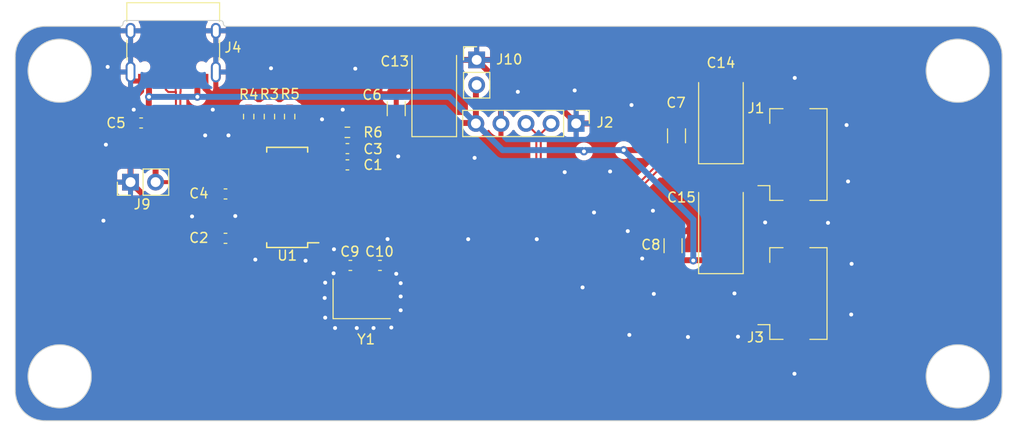
<source format=kicad_pcb>
(kicad_pcb (version 20221018) (generator pcbnew)
  (layers (0 "F.Cu" signal) (31 "B.Cu" signal) (34 "B.Paste" user) (35 "F.Paste" user) (36 "B.SilkS" user "B.Silkscreen") (37 "F.SilkS" user "F.Silkscreen") (38 "B.Mask" user) (39 "F.Mask" user) (44 "Edge.Cuts" user))
  (net 0 "")
  (net 1 "Hub_1V8")
  (net 2 "GND")
  (net 3 "Hub_3V3")
  (net 4 "VIN")
  (net 5 "Net-(U1-XOUT)")
  (net 6 "Net-(U1-XIN)")
  (net 7 "USB_D+")
  (net 8 "USB_D-")
  (net 9 "USB4_D+")
  (net 10 "USB4_D-")
  (net 15 "LED2")
  (net 16 "LED1")
  (net 17 "USB3_D-")
  (net 18 "USB3_D+")
  (net 19 "USB2_D-")
  (net 20 "USB2_D+")
  (net 21 "USB1_D-")
  (net 22 "USB1_D+")
  (net 23 "DRV")
  (net 24 "EESDA")
  (net 25 "Net-(U1-VBUSM)")
  (net 26 "Net-(U1-~{XRSTJ})")
  (net 27 "Net-(U1-BUSJ)")
  (net 28 "Net-(U1-REXT)")
  (footprint "Capacitor_SMD:C_0603_1608Metric" (layer "F.Cu") (at 136.95 74.25)
    (fp_text reference "C10")
    (fp_text value "22pF/50V" hide)
  )
  (footprint "Capacitor_SMD:C_0603_1608Metric" (layer "F.Cu") (at 133.95 74.25 180)
    (fp_text reference "C9")
    (fp_text value "22pF/50V" hide)
  )
  (footprint "Capacitor_SMD:C_0603_1608Metric" (layer "F.Cu") (at 121.3 67 180)
    (fp_text reference "C4")
    (fp_text value "100nF/16V" hide)
  )
  (footprint "Capacitor_SMD:C_0603_1608Metric" (layer "F.Cu") (at 133.65 64.05)
    (fp_text reference "C1")
    (fp_text value "100nF/16V" hide)
  )
  (footprint "Capacitor_SMD:C_0603_1608Metric" (layer "F.Cu") (at 121.3 71.5 180)
    (fp_text reference "C2")
    (fp_text value "100nF/16V" hide)
  )
  (footprint "Capacitor_SMD:C_1206_3216Metric" (layer "F.Cu") (at 166.65 72.25 90)
    (fp_text reference "C8")
    (fp_text value "100uF/16V" hide)
  )
  (footprint "Capacitor_Tantalum_SMD:CP_EIA-7343-30_AVX-N_Pad2.25x2.55mm_HandSolder" (layer "F.Cu") (at 171.5 70.5 90)
    (fp_text reference "C15")
    (fp_text value "100uF/16V" hide)
  )
  (footprint "Resistor_SMD:R_0603_1608Metric" (layer "F.Cu") (at 133.65 60.75)
    (fp_text reference "R6")
    (fp_text value "2.7K" hide)
  )
  (footprint "Connector_FFC-FPC:Hirose_FH12-12S-0.5SH_1x12-1MP_P0.50mm_Horizontal" (layer "F.Cu") (at 177.75 63 90)
    (fp_text reference "J1")
    (fp_text value "Conn_01x12_Pin" hide)
  )
  (footprint "Connector_PinHeader_2.54mm:PinHeader_1x02_P2.54mm_Vertical" (layer "F.Cu") (at 111.675 65.8 90)
    (fp_text reference "J9")
    (fp_text value "Power" hide)
  )
  (footprint "Capacitor_SMD:C_0603_1608Metric" (layer "F.Cu") (at 112.75 59.8 180)
    (fp_text reference "C5")
    (fp_text value "10uF/16V" hide)
  )
  (footprint "Connector_PinHeader_2.54mm:PinHeader_1x02_P2.54mm_Vertical" (layer "F.Cu") (at 146.75 53.4)
    (fp_text reference "J10")
    (fp_text value "Power" hide)
  )
  (footprint "Resistor_SMD:R_0603_1608Metric" (layer "F.Cu") (at 127.8 59.15 -90)
    (fp_text reference "R5")
    (fp_text value "100K" hide)
  )
  (footprint "Connector_USB:USB_C_Receptacle_HRO_TYPE-C-31-M-12" (layer "F.Cu") (at 116 51.5 180)
    (fp_text reference "J4")
    (fp_text value "USB_C_Receptacle_USB2.0" hide)
  )
  (footprint "Package_SO:SSOP-28_3.9x9.9mm_P0.635mm" (layer "F.Cu") (at 127.55 67.35 180)
    (fp_text reference "U1")
    (fp_text value "FE1.1s" hide)
  )
  (footprint "Capacitor_SMD:C_0603_1608Metric" (layer "F.Cu") (at 133.65 62.4)
    (fp_text reference "C3")
    (fp_text value "100nF/16V" hide)
  )
  (footprint "Resistor_SMD:R_0603_1608Metric" (layer "F.Cu") (at 123.65 59.15 -90)
    (fp_text reference "R4")
    (fp_text value "100K" hide)
  )
  (footprint "Capacitor_SMD:C_1206_3216Metric" (layer "F.Cu") (at 138.6 58.35 90)
    (fp_text reference "C6")
    (fp_text value "100uF/16V" hide)
  )
  (footprint "Connector_PinHeader_2.54mm:PinHeader_1x05_P2.54mm_Vertical" (layer "F.Cu") (at 156.83 59.85 -90)
    (fp_text reference "J2")
    (fp_text value "Conn_01x05_Male" hide)
  )
  (footprint "Capacitor_Tantalum_SMD:CP_EIA-7343-30_AVX-N_Pad2.25x2.55mm_HandSolder" (layer "F.Cu") (at 142.45 56.6 90)
    (fp_text reference "C13")
    (fp_text value "100uF/16V" hide)
  )
  (footprint "Crystal:Crystal_SMD_Abracon_ABM3C-4Pin_5.0x3.2mm" (layer "F.Cu") (at 135.1 77.65)
    (fp_text reference "Y1")
    (fp_text value "Crystal_12MHz" hide)
  )
  (footprint "Connector_FFC-FPC:Hirose_FH12-12S-0.5SH_1x12-1MP_P0.50mm_Horizontal" (layer "F.Cu") (at 177.75 77.1 90)
    (fp_text reference "J3")
    (fp_text value "Conn_01x12_Pin" hide)
  )
  (footprint "Resistor_SMD:R_0603_1608Metric" (layer "F.Cu") (at 125.75 59.15 -90)
    (fp_text reference "R3")
    (fp_text value "100K" hide)
  )
  (footprint "Capacitor_SMD:C_1206_3216Metric" (layer "F.Cu") (at 167 61.1 90)
    (fp_text reference "C7")
    (fp_text value "100uF/16V" hide)
  )
  (footprint "Capacitor_Tantalum_SMD:CP_EIA-7343-30_AVX-N_Pad2.25x2.55mm_HandSolder" (layer "F.Cu") (at 171.5 59.35 90)
    (fp_text reference "C14")
    (fp_text value "100uF/16V" hide)
  )
  (gr_poly (pts (xy 175.25 65.3) (xy 175.25 65.66) (xy 176.55 65.68) (xy 176.55 65.33)) (fill solid) (layer "F.Cu"))
  (gr_poly (pts (xy 175.32 76.39) (xy 175.32 76.86) (xy 174.86 76.85)) (fill solid) (layer "F.Cu"))
  (gr_poly (pts (xy 172.69 62.92) (xy 173.56 62.96) (xy 174.32 63.69) (xy 176.55 63.7) (xy 176.55 63.34) (xy 174.52 63.3) (xy 173.76 62.6) (xy 172.69 62.6)) (fill solid) (layer "F.Cu"))
  (gr_poly (pts (xy 126.88 67.03) (xy 127.34 66.6) (xy 127.34 67.46)) (fill solid) (layer "F.Cu"))
  (gr_poly (pts (xy 174.85 77.32) (xy 175.32 77.32) (xy 175.32 77.72)) (fill solid) (layer "F.Cu"))
  (gr_poly (pts (xy 172.71 73.76) (xy 173.18 73.77) (xy 173.85 74.36) (xy 177.57 74.37) (xy 178.91 75.67) (xy 178.89 78.41) (xy 177.42 79.84) (xy 175.25 79.78) (xy 175.25 79.34) (xy 177.28 79.36) (xy 178.48 78.21) (xy 178.46 76) (xy 177.37 74.82) (xy 173.62 74.88) (xy 173.18 74.35) (xy 172.67 74.33)) (fill solid) (layer "F.Cu"))
  (gr_poly (pts (xy 175.25 76.2) (xy 175.25 78) (xy 176.55 78) (xy 176.55 76.2)) (fill solid) (layer "F.Cu"))
  (gr_line (start 100 53) (end 100 87) (stroke (width 0.1)) (layer "Edge.Cuts"))
  (gr_arc (start 197 50) (mid 199.12132 50.87868) (end 200 53) (stroke (width 0.1)) (layer "Edge.Cuts"))
  (gr_arc (start 100 53) (mid 100.87868 50.87868) (end 103 50) (stroke (width 0.1)) (layer "Edge.Cuts"))
  (gr_circle locked (center 104.5 54.5) (end 107.7 54.5) (stroke (width 0.1)) (fill none) (layer "Edge.Cuts"))
  (gr_circle locked (center 104.5 85.5) (end 107.7 85.5) (stroke (width 0.1)) (fill none) (layer "Edge.Cuts"))
  (gr_line (start 111.22 49.4) (end 120.78 49.4) (stroke (width 0.1)) (layer "Edge.Cuts"))
  (gr_line (start 103 50) (end 110.62 50) (stroke (width 0.1)) (layer "Edge.Cuts"))
  (gr_arc (start 121.38 50) (mid 121.167868 49.912132) (end 121.08 49.7) (stroke (width 0.1)) (layer "Edge.Cuts"))
  (gr_circle locked (center 195.5 85.5) (end 198.7 85.5) (stroke (width 0.1)) (fill none) (layer "Edge.Cuts"))
  (gr_arc (start 103 90) (mid 100.87868 89.12132) (end 100 87) (stroke (width 0.1)) (layer "Edge.Cuts"))
  (gr_arc (start 110.92 49.7) (mid 110.832132 49.912132) (end 110.62 50) (stroke (width 0.1)) (layer "Edge.Cuts"))
  (gr_line (start 103 90) (end 197 90) (stroke (width 0.1)) (layer "Edge.Cuts"))
  (gr_arc (start 120.78 49.4) (mid 120.992132 49.487868) (end 121.08 49.7) (stroke (width 0.1)) (layer "Edge.Cuts"))
  (gr_line (start 200 53) (end 200 87) (stroke (width 0.1)) (layer "Edge.Cuts"))
  (gr_circle locked (center 195.5 54.5) (end 198.7 54.5) (stroke (width 0.1)) (fill none) (layer "Edge.Cuts"))
  (gr_arc (start 200 87) (mid 199.12132 89.12132) (end 197 90) (stroke (width 0.1)) (layer "Edge.Cuts"))
  (gr_arc (start 110.92 49.7) (mid 111.007868 49.487868) (end 111.22 49.4) (stroke (width 0.1)) (layer "Edge.Cuts"))
  (gr_line (start 121.38 50) (end 197 50) (stroke (width 0.1)) (layer "Edge.Cuts"))
  (segment (start 130.15 64.4925) (end 131.5575 64.4925) (width 0.25) (layer "F.Cu") (net 1))
  (segment (start 122.0975 71.4775) (end 122.075 71.5) (width 0.25) (layer "F.Cu") (net 1))
  (segment (start 124.95 71.4775) (end 122.0975 71.4775) (width 0.25) (layer "F.Cu") (net 1))
  (segment (start 131.5575 64.4925) (end 132 64.05) (width 0.25) (layer "F.Cu") (net 1))
  (segment (start 126.8225 71.4775) (end 124.95 71.4775) (width 0.25) (layer "F.Cu") (net 1))
  (segment (start 130.15 64.4925) (end 129.4075 64.4925) (width 0.25) (layer "F.Cu") (net 1))
  (segment (start 129 64.9) (end 129 65.73) (width 0.25) (layer "F.Cu") (net 1))
  (segment (start 128.46 69.84) (end 126.8225 71.4775) (width 0.25) (layer "F.Cu") (net 1))
  (segment (start 129.4075 64.4925) (end 129 64.9) (width 0.25) (layer "F.Cu") (net 1))
  (segment (start 132 64.05) (end 132.875 64.05) (width 0.25) (layer "F.Cu") (net 1))
  (segment (start 128.46 66.27) (end 128.46 69.84) (width 0.25) (layer "F.Cu") (net 1))
  (segment (start 129 65.73) (end 128.46 66.27) (width 0.25) (layer "F.Cu") (net 1))
  (segment (start 137 80.55) (end 136.35 80.55) (width 0.6) (layer "F.Cu") (net 2))
  (segment (start 131.4 79.65) (end 131.4 79.55) (width 0.6) (layer "F.Cu") (net 2))
  (segment (start 175.9 76.35) (end 175.9 76.85) (width 0.25) (layer "F.Cu") (net 2))
  (segment (start 139.05 79.6) (end 138.1 80.55) (width 0.6) (layer "F.Cu") (net 2))
  (segment (start 117.375 71.5) (end 120.525 71.5) (width 0.6) (layer "F.Cu") (net 2))
  (segment (start 175.9 76.85) (end 175.9 77.08) (width 0.25) (layer "F.Cu") (net 2))
  (segment (start 134.75 56.875) (end 138.6 56.875) (width 0.6) (layer "F.Cu") (net 2))
  (segment (start 128.2325 71.4775) (end 126.75 72.96) (width 0.25) (layer "F.Cu") (net 2))
  (segment (start 132.3 80.55) (end 131.4 79.65) (width 0.6) (layer "F.Cu") (net 2))
  (segment (start 136.3 80.6) (end 136.25 80.55) (width 0.6) (layer "F.Cu") (net 2))
  (segment (start 132.45 80.55) (end 132.4 80.6) (width 0.6) (layer "F.Cu") (net 2))
  (segment (start 134.425 62.4) (end 134.425 64.05) (width 0.6) (layer "F.Cu") (net 2))
  (segment (start 175.9 77.08) (end 172.88 77.08) (width 0.6) (layer "F.Cu") (net 2))
  (segment (start 166.645 70.77) (end 166.65 70.775) (width 0.6) (layer "F.Cu") (net 2))
  (segment (start 131.4 79.55) (end 131.4 77.6) (width 0.6) (layer "F.Cu") (net 2))
  (segment (start 139.05 78.8) (end 139.05 79.6) (width 0.6) (layer "F.Cu") (net 2))
  (segment (start 131.4 76.5) (end 133.2 76.5) (width 0.6) (layer "F.Cu") (net 2))
  (segment (start 111.675 65.8) (end 117.375 71.5) (width 0.6) (layer "F.Cu") (net 2))
  (segment (start 175.9 77.35) (end 175.9 77.85) (width 0.25) (layer "F.Cu") (net 2))
  (segment (start 137 80.55) (end 137 78.8) (width 0.6) (layer "F.Cu") (net 2))
  (segment (start 131.4 76.5) (end 131.4 76) (width 0.6) (layer "F.Cu") (net 2))
  (segment (start 168.025 59.625) (end 171.5 56.15) (width 0.6) (layer "F.Cu") (net 2))
  (segment (start 112.75 55.545) (end 112.75 56.55) (width 0.6) (layer "F.Cu") (net 2))
  (segment (start 175.9 77.08) (end 175.9 77.35) (width 0.25) (layer "F.Cu") (net 2))
  (segment (start 119.25 56.3) (end 120.01 57.06) (width 0.6) (layer "F.Cu") (net 2))
  (segment (start 123.425 77.55) (end 131.35 77.55) (width 0.6) (layer "F.Cu") (net 2))
  (segment (start 174 67.3) (end 175.9 65.4) (width 0.6) (layer "F.Cu") (net 2))
  (segment (start 132.3 75.05) (end 133.1 74.25) (width 0.6) (layer "F.Cu") (net 2))
  (segment (start 133.1775 58.4475) (end 133.1775 58.4575) (width 0.6) (layer "F.Cu") (net 2))
  (segment (start 134.475 59.755) (end 134.475 60.75) (width 0.6) (layer "F.Cu") (net 2))
  (segment (start 111.975 57.325) (end 111.975 59.2) (width 0.6) (layer "F.Cu") (net 2))
  (segment (start 133.2 76.5) (end 133.2 74.275) (width 0.6) (layer "F.Cu") (net 2))
  (segment (start 121.985 72.96) (end 120.525 71.5) (width 0.25) (layer "F.Cu") (net 2))
  (segment (start 133.1 74.25) (end 133.175 74.25) (width 0.6) (layer "F.Cu") (net 2))
  (segment (start 142.45 53.4) (end 146.75 53.4) (width 0.6) (layer "F.Cu") (net 2))
  (segment (start 136.25 80.55) (end 134.65 80.55) (width 0.6) (layer "F.Cu") (net 2))
  (segment (start 120.525 71.5) (end 120.525 67) (width 0.6) (layer "F.Cu") (net 2))
  (segment (start 131.4 76) (end 131.4 75.95) (width 0.6) (layer "F.Cu") (net 2))
  (segment (start 120.01 57.06) (end 120.01 58.45) (width 0.6) (layer "F.Cu") (net 2))
  (segment (start 138.6 56.875) (end 138.975 56.875) (width 0.6) (layer "F.Cu") (net 2))
  (segment (start 171.5 67.3) (end 174 67.3) (width 0.6) (layer "F.Cu") (net 2))
  (segment (start 138.1 80.55) (end 137 80.55) (width 0.6) (layer "F.Cu") (net 2))
  (segment (start 111.975 59.2) (end 111.975 62.925) (width 0.6) (layer "F.Cu") (net 2))
  (segment (start 131.4 75.95) (end 132.25 75.1) (width 0.6) (layer "F.Cu") (net 2))
  (segment (start 111.675 63.225) (end 111.675 65.8) (width 0.6) (layer "F.Cu") (net 2))
  (segment (start 134.65 80.55) (end 134.6 80.6) (width 0.6) (layer "F.Cu") (net 2))
  (segment (start 111.975 62.925) (end 111.675 63.225) (width 0.6) (layer "F.Cu") (net 2))
  (segment (start 134.6 80.6) (end 134.55 80.55) (width 0.6) (layer "F.Cu") (net 2))
  (segment (start 130.15 71.4775) (end 128.2325 71.4775) (width 0.25) (layer "F.Cu") (net 2))
  (segment (start 133.2 74.275) (end 133.175 74.25) (width 0.6) (layer "F.Cu") (net 2))
  (segment (start 112.75 56.55) (end 111.975 57.325) (width 0.6) (layer "F.Cu") (net 2))
  (segment (start 132.25 75.1) (end 132.25 75.05) (width 0.6) (layer "F.Cu") (net 2))
  (segment (start 132.25 75.05) (end 132.3 75.05) (width 0.6) (layer "F.Cu") (net 2))
  (segment (start 133.1775 58.4475) (end 134.75 56.875) (width 0.6) (layer "F.Cu") (net 2))
  (segment (start 139.05 78.7) (end 138.95 78.8) (width 0.6) (layer "F.Cu") (net 2))
  (segment (start 131.4 77.6) (end 131.35 77.55) (width 0.6) (layer "F.Cu") (net 2))
  (segment (start 166.775 59.85) (end 167 59.625) (width 0.6) (layer "F.Cu") (net 2))
  (segment (start 149.21 55.86) (end 149.21 59.85) (width 0.6) (layer "F.Cu") (net 2))
  (segment (start 134.475 62.35) (end 134.425 62.4) (width 0.6) (layer "F.Cu") (net 2))
  (segment (start 132.35 80.55) (end 132.3 80.55) (width 0.6) (layer "F.Cu") (net 2))
  (segment (start 126.75 72.96) (end 121.985 72.96) (width 0.25) (layer "F.Cu") (net 2))
  (segment (start 139.05 76.05) (end 139.05 77.4) (width 0.6) (layer "F.Cu") (net 2))
  (segment (start 137.725 74.25) (end 137.75 74.25) (width 0.6) (layer "F.Cu") (net 2))
  (segment (start 131.4 77.5) (end 131.4 76.5) (width 0.6) (layer "F.Cu") (net 2))
  (segment (start 139.05 75.55) (end 139.05 76.05) (width 0.6) (layer "F.Cu") (net 2))
  (segment (start 139.05 78.7) (end 139.05 78.8) (width 0.6) (layer "F.Cu") (net 2))
  (segment (start 172.88 77.08) (end 172.87 77.09) (width 0.6) (layer "F.Cu") (net 2))
  (segment (start 146.75 53.4) (end 149.21 55.86) (width 0.6) (layer "F.Cu") (net 2))
  (segment (start 137.75 74.25) (end 138.6 75.1) (width 0.6) (layer "F.Cu") (net 2))
  (segment (start 119.25 55.545) (end 119.25 56.3) (width 0.6) (layer "F.Cu") (net 2))
  (segment (start 156.83 59.85) (end 166.775 59.85) (width 0.6) (layer "F.Cu") (net 2))
  (segment (start 134.55 80.55) (end 132.45 80.55) (width 0.6) (layer "F.Cu") (net 2))
  (segment (start 146.75 53.4) (end 150.38 53.4) (width 0.6) (layer "F.Cu") (net 2))
  (segment (start 136.35 80.55) (end 136.3 80.6) (width 0.6) (layer "F.Cu") (net 2))
  (segment (start 166.65 70.775) (end 168.025 70.775) (width 0.6) (layer "F.Cu") (net 2))
  (segment (start 138.975 56.875) (end 142.45 53.4) (width 0.6) (layer "F.Cu") (net 2))
  (segment (start 139.05 77.4) (end 139.05 78.7) (width 0.6) (layer "F.Cu") (net 2))
  (segment (start 117.375 71.5) (end 123.425 77.55) (width 0.6) (layer "F.Cu") (net 2))
  (segment (start 138.95 78.8) (end 137 78.8) (width 0.6) (layer "F.Cu") (net 2))
  (segment (start 133.1775 58.4575) (end 134.475 59.755) (width 0.6) (layer "F.Cu") (net 2))
  (segment (start 150.38 53.4) (end 156.83 59.85) (width 0.6) (layer "F.Cu") (net 2))
  (segment (start 167 59.625) (end 168.025 59.625) (width 0.6) (layer "F.Cu") (net 2))
  (segment (start 162.06 70.77) (end 166.645 70.77) (width 0.6) (layer "F.Cu") (net 2))
  (segment (start 168.025 70.775) (end 171.5 67.3) (width 0.6) (layer "F.Cu") (net 2))
  (segment (start 132.4 80.6) (end 132.35 80.55) (width 0.6) (layer "F.Cu") (net 2))
  (segment (start 131.35 77.55) (end 131.4 77.5) (width 0.6) (layer "F.Cu") (net 2))
  (segment (start 134.475 60.75) (end 134.475 62.35) (width 0.6) (layer "F.Cu") (net 2))
  (segment (start 138.6 75.1) (end 139.05 75.55) (width 0.6) (layer "F.Cu") (net 2))
  (via (at 134.45 54.29) (size 0.8) (drill 0.4) (layers "F.Cu" "B.Cu") (net 2))
  (via (at 178.95 85.24) (size 0.8) (drill 0.4) (layers "F.Cu" "B.Cu") (net 2))
  (via (at 164.61 68.7) (size 0.8) (drill 0.4) (layers "F.Cu" "B.Cu") (net 2))
  (via (at 178.98 55.23) (size 0.8) (drill 0.4) (layers "F.Cu" "B.Cu") (net 2))
  (via (at 172.87 77.09) (size 0.8) (drill 0.4) (layers "F.Cu" "B.Cu") (net 2))
  (via (at 125.91 54.25) (size 0.8) (drill 0.4) (layers "F.Cu" "B.Cu") (net 2))
  (via (at 138.1 80.55) (size 0.8) (drill 0.4) (layers "F.Cu" "B.Cu") (net 2))
  (via (at 119.24 61.06) (size 0.8) (drill 0.4) (layers "F.Cu" "B.Cu") (net 2))
  (via (at 160.27 64.72) (size 0.8) (drill 0.4) (layers "F.Cu" "B.Cu") (net 2))
  (via (at 162.44 57.98) (size 0.8) (drill 0.4) (layers "F.Cu" "B.Cu") (net 2))
  (via (at 162.22 81.3) (size 0.8) (drill 0.4) (layers "F.Cu" "B.Cu") (net 2))
  (via (at 157.48 76.48) (size 0.8) (drill 0.4) (layers "F.Cu" "B.Cu") (net 2))
  (via (at 109.36 54.11) (size 0.8) (drill 0.4) (layers "F.Cu" "B.Cu") (net 2))
  (via (at 162.06 70.77) (size 0.8) (drill 0.4) (layers "F.Cu" "B.Cu") (net 2))
  (via (at 184.74 74.09) (size 0.8) (drill 0.4) (layers "F.Cu" "B.Cu") (net 2))
  (via (at 132.4 80.6) (size 0.8) (drill 0.4) (layers "F.Cu" "B.Cu") (net 2))
  (via (at 145.89 71.59) (size 0.8) (drill 0.4) (layers "F.Cu" "B.Cu") (net 2))
  (via (at 134.6 80.6) (size 0.8) (drill 0.4) (layers "F.Cu" "B.Cu") (net 2))
  (via (at 137.72 71.58) (size 0.8) (drill 0.4) (layers "F.Cu" "B.Cu") (net 2))
  (via (at 164.7 77.14) (size 0.8) (drill 0.4) (layers "F.Cu" "B.Cu") (net 2))
  (via (at 122.29 69.24) (size 0.8) (drill 0.4) (layers "F.Cu" "B.Cu") (net 2))
  (via (at 184.38 65.73) (size 0.8) (drill 0.4) (layers "F.Cu" "B.Cu") (net 2))
  (via (at 117.91 69.28) (size 0.8) (drill 0.4) (layers "F.Cu" "B.Cu") (net 2))
  (via (at 138.8 63.19) (size 0.8) (drill 0.4) (layers "F.Cu" "B.Cu") (net 2))
  (via (at 129.41 73.77) (size 0.8) (drill 0.4) (layers "F.Cu" "B.Cu") (net 2))
  (via (at 184.23 60.01) (size 0.8) (drill 0.4) (layers "F.Cu" "B.Cu") (net 2))
  (via (at 131.35 77.55) (size 0.8) (drill 0.4) (layers "F.Cu" "B.Cu") (net 2))
  (via (at 131.08 59.43) (size 0.8) (drill 0.4) (layers "F.Cu" "B.Cu") (net 2))
  (via (at 132.29 72.61) (size 0.8) (drill 0.4) (layers "F.Cu" "B.Cu") (net 2))
  (via (at 168.16 81.51) (size 0.8) (drill 0.4) (layers "F.Cu" "B.Cu") (net 2))
  (via (at 131.4 76) (size 0.8) (drill 0.4) (layers "F.Cu" "B.Cu") (net 2))
  (via (at 133.1775 58.4475) (size 0.8) (drill 0.4) (layers "F.Cu" "B.Cu") (net 2))
  (via (at 124.32 73.66) (size 0.8) (drill 0.4) (layers "F.Cu" "B.Cu") (net 2))
  (via (at 146.54 63.34) (size 0.8) (drill 0.4) (layers "F.Cu" "B.Cu") (net 2))
  (via (at 132.25 75.05) (size 0.8) (drill 0.4) (layers "F.Cu" "B.Cu") (net 2))
  (via (at 112 58.45) (size 0.8) (drill 0.4) (layers "F.Cu" "B.Cu") (net 2))
  (via (at 138.6 75.1) (size 0.8) (drill 0.4) (layers "F.Cu" "B.Cu") (net 2))
  (via (at 150.92 56.64) (size 0.8) (drill 0.4) (layers "F.Cu" "B.Cu") (net 2))
  (via (at 136.3 80.6) (size 0.8) (drill 0.4) (layers "F.Cu" "B.Cu") (net 2))
  (via (at 109.18 62) (size 0.8) (drill 0.4) (layers "F.Cu" "B.Cu") (net 2))
  (via (at 120.01 58.45) (size 0.8) (drill 0.4) (layers "F.Cu" "B.Cu") (net 2))
  (via (at 156.68 56.5) (size 0.8) (drill 0.4) (layers "F.Cu" "B.Cu") (net 2))
  (via (at 173.23 81.48) (size 0.8) (drill 0.4) (layers "F.Cu" "B.Cu") (net 2))
  (via (at 163.52 73.55) (size 0.8) (drill 0.4) (layers "F.Cu" "B.Cu") (net 2))
  (via (at 108.93 69.71) (size 0.8) (drill 0.4) (layers "F.Cu" "B.Cu") (net 2))
  (via (at 131.4 79.55) (size 0.8) (drill 0.4) (layers "F.Cu" "B.Cu") (net 2))
  (via (at 158.64 68.88) (size 0.8) (drill 0.4) (layers "F.Cu" "B.Cu") (net 2))
  (via (at 121.6 61.06) (size 0.8) (drill 0.4) (layers "F.Cu" "B.Cu") (net 2))
  (via (at 175.98 69.89) (size 0.8) (drill 0.4) (layers "F.Cu" "B.Cu") (net 2))
  (via (at 139.05 78.8) (size 0.8) (drill 0.4) (layers "F.Cu" "B.Cu") (net 2))
  (via (at 139.05 76.05) (size 0.8) (drill 0.4) (layers "F.Cu" "B.Cu") (net 2))
  (via (at 184.7 79.23) (size 0.8) (drill 0.4) (layers "F.Cu" "B.Cu") (net 2))
  (via (at 152.84 71.59) (size 0.8) (drill 0.4) (layers "F.Cu" "B.Cu") (net 2))
  (via (at 139.05 77.4) (size 0.8) (drill 0.4) (layers "F.Cu" "B.Cu") (net 2))
  (via (at 182.35 69.93) (size 0.8) (drill 0.4) (layers "F.Cu" "B.Cu") (net 2))
  (via (at 155.67 64.79) (size 0.8) (drill 0.4) (layers "F.Cu" "B.Cu") (net 2))
  (segment (start 120.01 58.45) (end 120.02 58.45) (width 0.6) (layer "B.Cu") (net 2))
  (segment (start 133.175 58.45) (end 133.1775 58.4475) (width 0.6) (layer "B.Cu") (net 2))
  (segment (start 132.34 70.77) (end 162.06 70.77) (width 0.6) (layer "B.Cu") (net 2))
  (segment (start 112 58.45) (end 111.95 58.45) (width 0.6) (layer "B.Cu") (net 2))
  (segment (start 120.01 58.45) (end 133.175 58.45) (width 0.6) (layer "B.Cu") (net 2))
  (segment (start 120.02 58.45) (end 132.34 70.77) (width 0.6) (layer "B.Cu") (net 2))
  (segment (start 162.06 70.77) (end 168.38 77.09) (width 0.6) (layer "B.Cu") (net 2))
  (segment (start 168.38 77.09) (end 172.87 77.09) (width 0.6) (layer "B.Cu") (net 2))
  (segment (start 120.01 58.45) (end 112 58.45) (width 0.6) (layer "B.Cu") (net 2))
  (segment (start 128.475 58.325) (end 129.35 59.2) (width 0.25) (layer "F.Cu") (net 3))
  (segment (start 132.85 62.4) (end 132.875 62.4) (width 0.25) (layer "F.Cu") (net 3))
  (segment (start 128.4 63.45) (end 128.4 63.85) (width 0.25) (layer "F.Cu") (net 3))
  (segment (start 128.4 64.5) (end 128.4 65.05) (width 0.25) (layer "F.Cu") (net 3))
  (segment (start 128.4 62.2) (end 128.4 63.45) (width 0.25) (layer "F.Cu") (net 3))
  (segment (start 127.3675 69.3825) (end 126.5425 70.2075) (width 0.25) (layer "F.Cu") (net 3))
  (segment (start 128.7925 63.8575) (end 130.15 63.8575) (width 0.25) (layer "F.Cu") (net 3))
  (segment (start 128.7925 63.8575) (end 128.4 64.25) (width 0.25) (layer "F.Cu") (net 3))
  (segment (start 127.8 58.325) (end 128.475 58.325) (width 0.25) (layer "F.Cu") (net 3))
  (segment (start 128.785 63.85) (end 128.4 63.85) (width 0.25) (layer "F.Cu") (net 3))
  (segment (start 128.7925 63.8575) (end 128.785 63.85) (width 0.25) (layer "F.Cu") (net 3))
  (segment (start 124.95 67.0325) (end 127.365 67.0325) (width 0.25) (layer "F.Cu") (net 3))
  (segment (start 131.3925 63.8575) (end 132.85 62.4) (width 0.25) (layer "F.Cu") (net 3))
  (segment (start 130.15 63.8575) (end 131.3925 63.8575) (width 0.25) (layer "F.Cu") (net 3))
  (segment (start 128.4 63.85) (end 128.4 64.5) (width 0.25) (layer "F.Cu") (net 3))
  (segment (start 129.35 61.25) (end 128.4 62.2) (width 0.25) (layer "F.Cu") (net 3))
  (segment (start 125.75 58.325) (end 127.8 58.325) (width 0.25) (layer "F.Cu") (net 3))
  (segment (start 127.3675 67.03) (end 127.3675 69.3825) (width 0.25) (layer "F.Cu") (net 3))
  (segment (start 128.4 63.465) (end 128.4 63.45) (width 0.25) (layer "F.Cu") (net 3))
  (segment (start 128.7925 63.8575) (end 128.4 63.465) (width 0.25) (layer "F.Cu") (net 3))
  (segment (start 128.4 65.05) (end 127.3675 66.0825) (width 0.25) (layer "F.Cu") (net 3))
  (segment (start 127.3675 66.0825) (end 127.3675 67.03) (width 0.25) (layer "F.Cu") (net 3))
  (segment (start 129.35 59.2) (end 129.35 61.25) (width 0.25) (layer "F.Cu") (net 3))
  (segment (start 123.65 58.325) (end 125.75 58.325) (width 0.25) (layer "F.Cu") (net 3))
  (segment (start 122.1075 67.0325) (end 122.075 67) (width 0.25) (layer "F.Cu") (net 3))
  (segment (start 127.365 67.0325) (end 127.3675 67.03) (width 0.25) (layer "F.Cu") (net 3))
  (segment (start 128.4 64.25) (end 128.4 64.5) (width 0.25) (layer "F.Cu") (net 3))
  (segment (start 124.95 67.0325) (end 122.1075 67.0325) (width 0.25) (layer "F.Cu") (net 3))
  (segment (start 126.5425 70.2075) (end 124.95 70.2075) (width 0.25) (layer "F.Cu") (net 3))
  (segment (start 175.9 74.85) (end 177.31 74.85) (width 0.25) (layer "F.Cu") (net 4))
  (segment (start 172.15 74.35) (end 171.5 73.7) (width 0.25) (layer "F.Cu") (net 4))
  (segment (start 177.52 79.85) (end 175.9 79.85) (width 0.25) (layer "F.Cu") (net 4))
  (segment (start 146.62 59.8) (end 146.67 59.85) (width 0.6) (layer "F.Cu") (net 4))
  (segment (start 175.9 74.85) (end 173.62 74.85) (width 0.25) (layer "F.Cu") (net 4))
  (segment (start 175.9 63.25) (end 174.5 63.25) (width 0.25) (layer "F.Cu") (net 4))
  (segment (start 114.215 63.565) (end 113.525 62.875) (width 0.6) (layer "F.Cu") (net 4))
  (segment (start 161.65 62.55) (end 166.975 62.55) (width 0.6) (layer "F.Cu") (net 4))
  (segment (start 118.45 57.15) (end 118.45 55.545) (width 0.6) (layer "F.Cu") (net 4))
  (segment (start 178.95 78.42) (end 177.52 79.85) (width 0.25) (layer "F.Cu") (net 4))
  (segment (start 124.95 66.3975) (end 123.4975 66.3975) (width 0.4) (layer "F.Cu") (net 4))
  (segment (start 173.18 73.7) (end 171.5 73.7) (width 0.25) (layer "F.Cu") (net 4))
  (segment (start 173.12 74.35) (end 172.15 74.35) (width 0.25) (layer "F.Cu") (net 4))
  (segment (start 171.93 62.98) (end 171.5 62.55) (width 0.25) (layer "F.Cu") (net 4))
  (segment (start 174.33 63.75) (end 173.56 62.98) (width 0.25) (layer "F.Cu") (net 4))
  (segment (start 146.67 56.02) (end 146.75 55.94) (width 0.6) (layer "F.Cu") (net 4))
  (segment (start 113.525 62.875) (end 113.525 59.8) (width 0.6) (layer "F.Cu") (net 4))
  (segment (start 113.525 57.175) (end 113.55 57.15) (width 0.6) (layer "F.Cu") (net 4))
  (segment (start 174.5 63.25) (end 173.8 62.55) (width 0.25) (layer "F.Cu") (net 4))
  (segment (start 175.9 74.35) (end 173.83 74.35) (width 0.25) (layer "F.Cu") (net 4))
  (segment (start 122.9 65.8) (end 114.215 65.8) (width 0.4) (layer "F.Cu") (net 4))
  (segment (start 177.62 74.35) (end 178.95 75.68) (width 0.25) (layer "F.Cu") (net 4))
  (segment (start 171.475 62.575) (end 171.5 62.55) (width 0.6) (layer "F.Cu") (net 4))
  (segment (start 113.525 59.8) (end 113.525 57.175) (width 0.6) (layer "F.Cu") (net 4))
  (segment (start 123.4975 66.3975) (end 122.9 65.8) (width 0.4) (layer "F.Cu") (net 4))
  (segment (start 177.31 74.85) (end 178.44 75.98) (width 0.25) (layer "F.Cu") (net 4))
  (segment (start 178.44 78.22) (end 177.31 79.35) (width 0.25) (layer "F.Cu") (net 4))
  (segment (start 178.44 75.98) (end 178.44 78.22) (width 0.25) (layer "F.Cu") (net 4))
  (segment (start 113.55 55.545) (end 113.55 57.15) (width 0.6) (layer "F.Cu") (net 4))
  (segment (start 142.45 59.8) (end 146.62 59.8) (width 0.6) (layer "F.Cu") (net 4))
  (segment (start 138.6 59.825) (end 142.425 59.825) (width 0.6) (layer "F.Cu") (net 4))
  (segment (start 167 62.575) (end 171.475 62.575) (width 0.6) (layer "F.Cu") (net 4))
  (segment (start 173.8 62.55) (end 171.5 62.55) (width 0.25) (layer "F.Cu") (net 4))
  (segment (start 173.56 62.98) (end 171.93 62.98) (width 0.25) (layer "F.Cu") (net 4))
  (segment (start 168.675 73.725) (end 168.7 73.75) (width 0.6) (layer "F.Cu") (net 4))
  (segment (start 168.725 73.725) (end 171.475 73.725) (width 0.6) (layer "F.Cu") (net 4))
  (segment (start 173.83 74.35) (end 173.18 73.7) (width 0.25) (layer "F.Cu") (net 4))
  (segment (start 175.9 74.35) (end 177.62 74.35) (width 0.25) (layer "F.Cu") (net 4))
  (segment (start 166.65 73.725) (end 168.675 73.725) (width 0.6) (layer "F.Cu") (net 4))
  (segment (start 173.62 74.85) (end 173.12 74.35) (width 0.25) (layer "F.Cu") (net 4))
  (segment (start 142.425 59.825) (end 142.45 59.8) (width 0.6) (layer "F.Cu") (net 4))
  (segment (start 177.31 79.35) (end 175.9 79.35) (width 0.25) (layer "F.Cu") (net 4))
  (segment (start 146.67 59.85) (end 146.67 56.02) (width 0.6) (layer "F.Cu") (net 4))
  (segment (start 175.9 63.75) (end 174.33 63.75) (width 0.25) (layer "F.Cu") (net 4))
  (segment (start 114.215 65.8) (end 114.215 63.565) (width 0.6) (layer "F.Cu") (net 4))
  (segment (start 178.95 75.68) (end 178.95 78.42) (width 0.25) (layer "F.Cu") (net 4))
  (segment (start 166.975 62.55) (end 167 62.575) (width 0.6) (layer "F.Cu") (net 4))
  (segment (start 168.7 73.75) (end 168.725 73.725) (width 0.6) (layer "F.Cu") (net 4))
  (via (at 157.62 62.69) (size 0.8) (drill 0.4) (layers "F.Cu" "B.Cu") (net 4))
  (via (at 168.7 73.75) (size 0.8) (drill 0.4) (layers "F.Cu" "B.Cu") (net 4))
  (via (at 113.55 57.15) (size 0.8) (drill 0.4) (layers "F.Cu" "B.Cu") (net 4))
  (via (at 161.65 62.55) (size 0.8) (drill 0.4) (layers "F.Cu" "B.Cu") (net 4))
  (via (at 118.45 57.15) (size 0.8) (drill 0.4) (layers "F.Cu" "B.Cu") (net 4))
  (segment (start 161.65 62.55) (end 161.55 62.55) (width 0.6) (layer "B.Cu") (net 4))
  (segment (start 143.97 57.15) (end 146.67 59.85) (width 0.6) (layer "B.Cu") (net 4))
  (segment (start 168.7 73.75) (end 168.7 69.6) (width 0.6) (layer "B.Cu") (net 4))
  (segment (start 146.67 59.85) (end 149.37 62.55) (width 0.6) (layer "B.Cu") (net 4))
  (segment (start 113.55 57.15) (end 118.45 57.15) (width 0.6) (layer "B.Cu") (net 4))
  (segment (start 168.7 69.6) (end 161.65 62.55) (width 0.6) (layer "B.Cu") (net 4))
  (segment (start 157.62 62.69) (end 157.76 62.55) (width 0.6) (layer "B.Cu") (net 4))
  (segment (start 118.45 57.15) (end 143.97 57.15) (width 0.6) (layer "B.Cu") (net 4))
  (segment (start 157.76 62.55) (end 161.65 62.55) (width 0.6) (layer "B.Cu") (net 4))
  (segment (start 157.48 62.55) (end 157.62 62.69) (width 0.6) (layer "B.Cu") (net 4))
  (segment (start 149.37 62.55) (end 157.48 62.55) (width 0.6) (layer "B.Cu") (net 4))
  (segment (start 134.1425 70.8425) (end 130.15 70.8425) (width 0.25) (layer "F.Cu") (net 5))
  (segment (start 134.725 77.275) (end 134.725 74.25) (width 0.25) (layer "F.Cu") (net 5))
  (segment (start 134.725 74.25) (end 135.2 73.775) (width 0.25) (layer "F.Cu") (net 5))
  (segment (start 133.2 78.8) (end 134.725 77.275) (width 0.25) (layer "F.Cu") (net 5))
  (segment (start 135.2 71.9) (end 134.1425 70.8425) (width 0.25) (layer "F.Cu") (net 5))
  (segment (start 135.2 73.775) (end 135.2 71.9) (width 0.25) (layer "F.Cu") (net 5))
  (segment (start 134.2075 70.2075) (end 135.7 71.7) (width 0.25) (layer "F.Cu") (net 6))
  (segment (start 130.15 70.2075) (end 134.2075 70.2075) (width 0.25) (layer "F.Cu") (net 6))
  (segment (start 135.7 73.775) (end 136.175 74.25) (width 0.25) (layer "F.Cu") (net 6))
  (segment (start 136.175 75.675) (end 136.175 74.25) (width 0.25) (layer "F.Cu") (net 6))
  (segment (start 135.7 71.7) (end 135.7 73.775) (width 0.25) (layer "F.Cu") (net 6))
  (segment (start 137 76.5) (end 136.175 75.675) (width 0.25) (layer "F.Cu") (net 6))
  (segment (start 116.25 55.545) (end 116.25 56.632501) (width 0.2) (layer "F.Cu") (net 7))
  (segment (start 118.1468 63.765) (end 123.957499 63.765) (width 0.2) (layer "F.Cu") (net 7))
  (segment (start 124.049999 63.8575) (end 124.95 63.8575) (width 0.2) (layer "F.Cu") (net 7))
  (segment (start 115.495002 56.657501) (end 116.275 56.657501) (width 0.2) (layer "F.Cu") (net 7))
  (segment (start 116.275 56.657501) (end 116.275 61.8932) (width 0.2) (layer "F.Cu") (net 7))
  (segment (start 116.275 61.8932) (end 118.1468 63.765) (width 0.2) (layer "F.Cu") (net 7))
  (segment (start 123.957499 63.765) (end 124.049999 63.8575) (width 0.2) (layer "F.Cu") (net 7))
  (segment (start 116.25 56.632501) (end 116.275 56.657501) (width 0.2) (layer "F.Cu") (net 7))
  (segment (start 115.25 56.412499) (end 115.495002 56.657501) (width 0.2) (layer "F.Cu") (net 7))
  (segment (start 115.25 55.545) (end 115.25 56.412499) (width 0.2) (layer "F.Cu") (net 7))
  (segment (start 115.97 54.35) (end 115.75 54.57) (width 0.2) (layer "F.Cu") (net 8))
  (segment (start 123.957499 63.315) (end 124.049999 63.2225) (width 0.2) (layer "F.Cu") (net 8))
  (segment (start 116.75 54.6) (end 116.5 54.35) (width 0.2) (layer "F.Cu") (net 8))
  (segment (start 116.725 56.657501) (end 116.725 61.7068) (width 0.2) (layer "F.Cu") (net 8))
  (segment (start 116.75 56.632501) (end 116.725 56.657501) (width 0.2) (layer "F.Cu") (net 8))
  (segment (start 116.75 55.545) (end 116.75 54.6) (width 0.2) (layer "F.Cu") (net 8))
  (segment (start 116.5 54.35) (end 115.97 54.35) (width 0.2) (layer "F.Cu") (net 8))
  (segment (start 116.725 61.7068) (end 118.3332 63.315) (width 0.2) (layer "F.Cu") (net 8))
  (segment (start 116.75 55.545) (end 116.75 56.632501) (width 0.2) (layer "F.Cu") (net 8))
  (segment (start 115.75 54.57) (end 115.75 55.545) (width 0.2) (layer "F.Cu") (net 8))
  (segment (start 124.049999 63.2225) (end 124.95 63.2225) (width 0.2) (layer "F.Cu") (net 8))
  (segment (start 118.3332 63.315) (end 123.957499 63.315) (width 0.2) (layer "F.Cu") (net 8))
  (segment (start 131.142501 69.03) (end 153.8982 69.03) (width 0.2) (layer "F.Cu") (net 9))
  (segment (start 153.8982 69.03) (end 163.2432 78.375) (width 0.2) (layer "F.Cu") (net 9))
  (segment (start 174.924999 78.35) (end 175.9 78.35) (width 0.2) (layer "F.Cu") (net 9))
  (segment (start 130.15 68.9375) (end 131.050001 68.9375) (width 0.2) (layer "F.Cu") (net 9))
  (segment (start 174.899999 78.375) (end 174.924999 78.35) (width 0.2) (layer "F.Cu") (net 9))
  (segment (start 163.2432 78.375) (end 174.899999 78.375) (width 0.2) (layer "F.Cu") (net 9))
  (segment (start 131.050001 68.9375) (end 131.142501 69.03) (width 0.2) (layer "F.Cu") (net 9))
  (segment (start 131.050001 69.5725) (end 131.142501 69.48) (width 0.2) (layer "F.Cu") (net 10))
  (segment (start 153.7118 69.48) (end 163.0568 78.825) (width 0.2) (layer "F.Cu") (net 10))
  (segment (start 174.899999 78.825) (end 174.924999 78.85) (width 0.2) (layer "F.Cu") (net 10))
  (segment (start 174.924999 78.85) (end 175.9 78.85) (width 0.2) (layer "F.Cu") (net 10))
  (segment (start 131.142501 69.48) (end 153.7118 69.48) (width 0.2) (layer "F.Cu") (net 10))
  (segment (start 130.15 69.5725) (end 131.050001 69.5725) (width 0.2) (layer "F.Cu") (net 10))
  (segment (start 163.0568 78.825) (end 174.899999 78.825) (width 0.2) (layer "F.Cu") (net 10))
  (segment (start 131.050001 68.3025) (end 131.142501 68.21) (width 0.2) (layer "F.Cu") (net 17))
  (segment (start 131.142501 68.21) (end 154.3418 68.21) (width 0.2) (layer "F.Cu") (net 17))
  (segment (start 174.924999 75.85) (end 175.9 75.85) (width 0.2) (layer "F.Cu") (net 17))
  (segment (start 174.899999 75.825) (end 174.924999 75.85) (width 0.2) (layer "F.Cu") (net 17))
  (segment (start 130.15 68.3025) (end 131.050001 68.3025) (width 0.2) (layer "F.Cu") (net 17))
  (segment (start 154.3418 68.21) (end 161.9568 75.825) (width 0.2) (layer "F.Cu") (net 17))
  (segment (start 161.9568 75.825) (end 174.899999 75.825) (width 0.2) (layer "F.Cu") (net 17))
  (segment (start 174.924999 75.35) (end 175.9 75.35) (width 0.2) (layer "F.Cu") (net 18))
  (segment (start 154.5282 67.76) (end 162.1432 75.375) (width 0.2) (layer "F.Cu") (net 18))
  (segment (start 131.050001 67.6675) (end 131.142501 67.76) (width 0.2) (layer "F.Cu") (net 18))
  (segment (start 162.1432 75.375) (end 174.899999 75.375) (width 0.2) (layer "F.Cu") (net 18))
  (segment (start 174.899999 75.375) (end 174.924999 75.35) (width 0.2) (layer "F.Cu") (net 18))
  (segment (start 131.142501 67.76) (end 154.5282 67.76) (width 0.2) (layer "F.Cu") (net 18))
  (segment (start 130.15 67.6675) (end 131.050001 67.6675) (width 0.2) (layer "F.Cu") (net 18))
  (segment (start 162.7782 66.94) (end 164.9932 64.725) (width 0.2) (layer "F.Cu") (net 19))
  (segment (start 174.924999 64.75) (end 175.9 64.75) (width 0.2) (layer "F.Cu") (net 19))
  (segment (start 130.15 67.0325) (end 131.050001 67.0325) (width 0.2) (layer "F.Cu") (net 19))
  (segment (start 131.142501 66.94) (end 162.7782 66.94) (width 0.2) (layer "F.Cu") (net 19))
  (segment (start 174.899999 64.725) (end 174.924999 64.75) (width 0.2) (layer "F.Cu") (net 19))
  (segment (start 164.9932 64.725) (end 174.899999 64.725) (width 0.2) (layer "F.Cu") (net 19))
  (segment (start 131.050001 67.0325) (end 131.142501 66.94) (width 0.2) (layer "F.Cu") (net 19))
  (segment (start 131.142501 66.49) (end 162.5918 66.49) (width 0.2) (layer "F.Cu") (net 20))
  (segment (start 174.924999 64.25) (end 175.9 64.25) (width 0.2) (layer "F.Cu") (net 20))
  (segment (start 162.5918 66.49) (end 164.8068 64.275) (width 0.2) (layer "F.Cu") (net 20))
  (segment (start 131.050001 66.3975) (end 131.142501 66.49) (width 0.2) (layer "F.Cu") (net 20))
  (segment (start 174.899999 64.275) (end 174.924999 64.25) (width 0.2) (layer "F.Cu") (net 20))
  (segment (start 130.15 66.3975) (end 131.050001 66.3975) (width 0.2) (layer "F.Cu") (net 20))
  (segment (start 164.8068 64.275) (end 174.899999 64.275) (width 0.2) (layer "F.Cu") (net 20))
  (segment (start 130.15 65.7625) (end 131.050001 65.7625) (width 0.2) (layer "F.Cu") (net 21))
  (segment (start 152.0982 65.67) (end 153.245001 64.523199) (width 0.2) (layer "F.Cu") (net 21))
  (segment (start 153.245001 64.523199) (end 153.245001 60.894999) (width 0.2) (layer "F.Cu") (net 21))
  (segment (start 153.245001 60.894999) (end 154.29 59.85) (width 0.2) (layer "F.Cu") (net 21))
  (segment (start 131.142501 65.67) (end 152.0982 65.67) (width 0.2) (layer "F.Cu") (net 21))
  (segment (start 131.050001 65.7625) (end 131.142501 65.67) (width 0.2) (layer "F.Cu") (net 21))
  (segment (start 151.9118 65.22) (end 152.794999 64.336801) (width 0.2) (layer "F.Cu") (net 22))
  (segment (start 130.15 65.1275) (end 131.050001 65.1275) (width 0.2) (layer "F.Cu") (net 22))
  (segment (start 131.050001 65.1275) (end 131.142501 65.22) (width 0.2) (layer "F.Cu") (net 22))
  (segment (start 131.142501 65.22) (end 151.9118 65.22) (width 0.2) (layer "F.Cu") (net 22))
  (segment (start 152.794999 60.894999) (end 151.75 59.85) (width 0.2) (layer "F.Cu") (net 22))
  (segment (start 152.794999 64.336801) (end 152.794999 60.894999) (width 0.2) (layer "F.Cu") (net 22))
  (segment (start 127.1 62.25) (end 127.1 64.2) (width 0.25) (layer "F.Cu") (net 25))
  (segment (start 125.75 59.975) (end 125.75 60.9) (width 0.25) (layer "F.Cu") (net 25))
  (segment (start 125.75 60.9) (end 127.1 62.25) (width 0.25) (layer "F.Cu") (net 25))
  (segment (start 127.1 64.2) (end 126.1725 65.1275) (width 0.25) (layer "F.Cu") (net 25))
  (segment (start 126.1725 65.1275) (end 124.95 65.1275) (width 0.25) (layer "F.Cu") (net 25))
  (segment (start 124.95 64.4925) (end 125.9075 64.4925) (width 0.25) (layer "F.Cu") (net 26))
  (segment (start 125.9075 64.4925) (end 126.45 63.95) (width 0.25) (layer "F.Cu") (net 26))
  (segment (start 126.45 63.95) (end 126.45 62.8) (width 0.25) (layer "F.Cu") (net 26))
  (segment (start 126.45 62.8) (end 123.65 60) (width 0.25) (layer "F.Cu") (net 26))
  (segment (start 123.65 60) (end 123.65 59.975) (width 0.25) (layer "F.Cu") (net 26))
  (segment (start 124.95 65.7625) (end 126.4375 65.7625) (width 0.25) (layer "F.Cu") (net 27))
  (segment (start 127.8 64.4) (end 127.8 59.975) (width 0.25) (layer "F.Cu") (net 27))
  (segment (start 126.4375 65.7625) (end 127.8 64.4) (width 0.25) (layer "F.Cu") (net 27))
  (segment (start 131.7 62.55) (end 131.7 61.875) (width 0.25) (layer "F.Cu") (net 28))
  (segment (start 130.15 63.2225) (end 131.0275 63.2225) (width 0.25) (layer "F.Cu") (net 28))
  (segment (start 131.7 61.875) (end 132.825 60.75) (width 0.25) (layer "F.Cu") (net 28))
  (segment (start 131.0275 63.2225) (end 131.7 62.55) (width 0.25) (layer "F.Cu") (net 28))
  (zone (net 0) (net_name "") (layer "F.Cu") (connect_pads (clearance 0)) (min_thickness 0.25)
    (keepout (tracks allowed) (vias allowed) (pads allowed) (copperpour not_allowed) (footprints allowed))
    (fill (thermal_gap 0.5) (thermal_bridge_width 0.5))
    (polygon (pts (xy 132.95 74.8) (xy 131.7 76) (xy 131.65 79.35) (xy 131.65 79.65) (xy 132.4 80.45) (xy 137.95 80.4) (xy 139 79.45) (xy 138.9 75.65) (xy 137.85 74.55) (xy 133.1 74.55)))
  )
  (zone (net 2) (net_name "GND") (layers "F&B.Cu") (connect_pads (clearance 0.508)) (min_thickness 0.254) (fill yes (thermal_gap 0.508) (thermal_bridge_width 0.508))
    (polygon (pts (xy 99.1 49.05) (xy 202.23 49.16) (xy 200.72 92.19) (xy 98.45 91.65) (xy 99.09 49.05)))
  )
)
</source>
